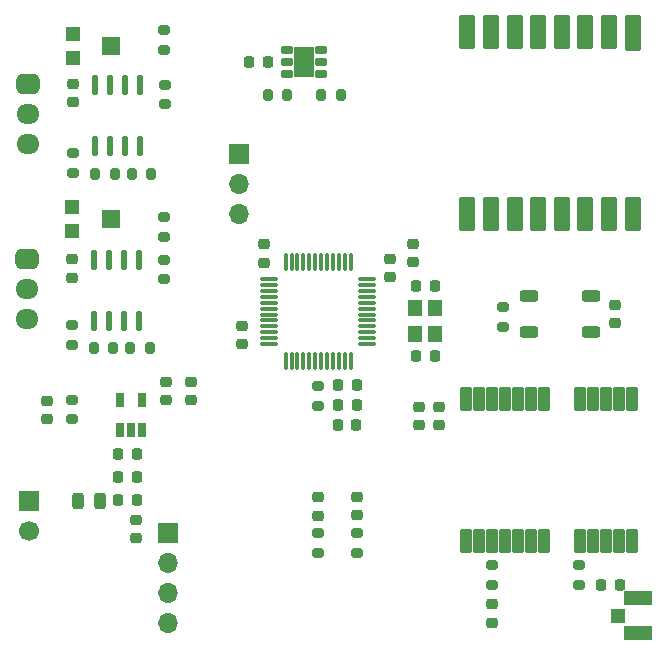
<source format=gbr>
%TF.GenerationSoftware,KiCad,Pcbnew,8.0.5*%
%TF.CreationDate,2024-11-10T21:06:56+07:00*%
%TF.ProjectId,Project_241,50726f6a-6563-4745-9f32-34312e6b6963,rev?*%
%TF.SameCoordinates,Original*%
%TF.FileFunction,Soldermask,Top*%
%TF.FilePolarity,Negative*%
%FSLAX46Y46*%
G04 Gerber Fmt 4.6, Leading zero omitted, Abs format (unit mm)*
G04 Created by KiCad (PCBNEW 8.0.5) date 2024-11-10 21:06:56*
%MOMM*%
%LPD*%
G01*
G04 APERTURE LIST*
G04 Aperture macros list*
%AMRoundRect*
0 Rectangle with rounded corners*
0 $1 Rounding radius*
0 $2 $3 $4 $5 $6 $7 $8 $9 X,Y pos of 4 corners*
0 Add a 4 corners polygon primitive as box body*
4,1,4,$2,$3,$4,$5,$6,$7,$8,$9,$2,$3,0*
0 Add four circle primitives for the rounded corners*
1,1,$1+$1,$2,$3*
1,1,$1+$1,$4,$5*
1,1,$1+$1,$6,$7*
1,1,$1+$1,$8,$9*
0 Add four rect primitives between the rounded corners*
20,1,$1+$1,$2,$3,$4,$5,0*
20,1,$1+$1,$4,$5,$6,$7,0*
20,1,$1+$1,$6,$7,$8,$9,0*
20,1,$1+$1,$8,$9,$2,$3,0*%
G04 Aperture macros list end*
%ADD10RoundRect,0.225000X0.250000X-0.225000X0.250000X0.225000X-0.250000X0.225000X-0.250000X-0.225000X0*%
%ADD11RoundRect,0.200000X-0.275000X0.200000X-0.275000X-0.200000X0.275000X-0.200000X0.275000X0.200000X0*%
%ADD12R,1.700000X1.700000*%
%ADD13O,1.700000X1.700000*%
%ADD14RoundRect,0.200000X0.275000X-0.200000X0.275000X0.200000X-0.275000X0.200000X-0.275000X-0.200000X0*%
%ADD15RoundRect,0.218750X0.256250X-0.218750X0.256250X0.218750X-0.256250X0.218750X-0.256250X-0.218750X0*%
%ADD16R,0.650000X1.250000*%
%ADD17RoundRect,0.225000X0.225000X0.250000X-0.225000X0.250000X-0.225000X-0.250000X0.225000X-0.250000X0*%
%ADD18RoundRect,0.225000X-0.250000X0.225000X-0.250000X-0.225000X0.250000X-0.225000X0.250000X0.225000X0*%
%ADD19R,1.200000X1.400000*%
%ADD20RoundRect,0.425000X-0.550000X-0.425000X0.550000X-0.425000X0.550000X0.425000X-0.550000X0.425000X0*%
%ADD21O,1.950000X1.700000*%
%ADD22RoundRect,0.102000X-0.525000X0.500000X-0.525000X-0.500000X0.525000X-0.500000X0.525000X0.500000X0*%
%ADD23RoundRect,0.102000X-1.100000X0.525000X-1.100000X-0.525000X1.100000X-0.525000X1.100000X0.525000X0*%
%ADD24RoundRect,0.225000X-0.225000X-0.250000X0.225000X-0.250000X0.225000X0.250000X-0.225000X0.250000X0*%
%ADD25RoundRect,0.250000X-0.525000X-0.250000X0.525000X-0.250000X0.525000X0.250000X-0.525000X0.250000X0*%
%ADD26RoundRect,0.102000X0.400000X-0.900000X0.400000X0.900000X-0.400000X0.900000X-0.400000X-0.900000X0*%
%ADD27RoundRect,0.243750X-0.243750X-0.456250X0.243750X-0.456250X0.243750X0.456250X-0.243750X0.456250X0*%
%ADD28C,1.700000*%
%ADD29R,1.200000X1.200000*%
%ADD30R,1.500000X1.600000*%
%ADD31RoundRect,0.075000X0.662500X0.075000X-0.662500X0.075000X-0.662500X-0.075000X0.662500X-0.075000X0*%
%ADD32RoundRect,0.075000X0.075000X0.662500X-0.075000X0.662500X-0.075000X-0.662500X0.075000X-0.662500X0*%
%ADD33RoundRect,0.133350X0.133350X-0.717550X0.133350X0.717550X-0.133350X0.717550X-0.133350X-0.717550X0*%
%ADD34RoundRect,0.200000X-0.200000X-0.275000X0.200000X-0.275000X0.200000X0.275000X-0.200000X0.275000X0*%
%ADD35RoundRect,0.156000X0.376000X0.156000X-0.376000X0.156000X-0.376000X-0.156000X0.376000X-0.156000X0*%
%ADD36RoundRect,0.102000X0.750000X1.200000X-0.750000X1.200000X-0.750000X-1.200000X0.750000X-1.200000X0*%
%ADD37RoundRect,0.218750X-0.218750X-0.256250X0.218750X-0.256250X0.218750X0.256250X-0.218750X0.256250X0*%
%ADD38RoundRect,0.218750X-0.256250X0.218750X-0.256250X-0.218750X0.256250X-0.218750X0.256250X0.218750X0*%
%ADD39RoundRect,0.200000X0.200000X0.275000X-0.200000X0.275000X-0.200000X-0.275000X0.200000X-0.275000X0*%
%ADD40RoundRect,0.102000X-0.550000X1.400000X-0.550000X-1.400000X0.550000X-1.400000X0.550000X1.400000X0*%
%ADD41RoundRect,0.102000X-0.550000X1.300000X-0.550000X-1.300000X0.550000X-1.300000X0.550000X1.300000X0*%
G04 APERTURE END LIST*
D10*
%TO.C,C2*%
X155702000Y-98412600D03*
X155702000Y-96862600D03*
%TD*%
D11*
%TO.C,R14*%
X147218400Y-78727800D03*
X147218400Y-80377800D03*
%TD*%
D12*
%TO.C,J1*%
X153578386Y-89183014D03*
D13*
X153578386Y-91723014D03*
X153578386Y-94263014D03*
%TD*%
D14*
%TO.C,R19*%
X182372000Y-125691400D03*
X182372000Y-124041400D03*
%TD*%
D11*
%TO.C,R8*%
X139446000Y-110031400D03*
X139446000Y-111681400D03*
%TD*%
%TO.C,R12*%
X147167600Y-98184200D03*
X147167600Y-99834200D03*
%TD*%
D10*
%TO.C,C7*%
X153822400Y-105321400D03*
X153822400Y-103771400D03*
%TD*%
D15*
%TO.C,D2*%
X174980600Y-128905101D03*
X174980600Y-127330099D03*
%TD*%
D16*
%TO.C,U7*%
X143461299Y-112549701D03*
X144401299Y-112549700D03*
X145341299Y-112549701D03*
X145341299Y-110049701D03*
X143461299Y-110049701D03*
%TD*%
D17*
%TO.C,C8*%
X163487400Y-112166400D03*
X161937400Y-112166400D03*
%TD*%
D18*
%TO.C,C19*%
X149481299Y-108495800D03*
X149481299Y-110045800D03*
%TD*%
D17*
%TO.C,C4*%
X170105293Y-106303437D03*
X168555293Y-106303437D03*
%TD*%
D19*
%TO.C,HSE1*%
X170180293Y-104457037D03*
X170180293Y-102257037D03*
X168480293Y-102257037D03*
X168480293Y-104457037D03*
%TD*%
D20*
%TO.C,J5*%
X135686800Y-83312000D03*
D21*
X135686800Y-85852000D03*
X135686800Y-88391999D03*
%TD*%
D20*
%TO.C,J2*%
X135636000Y-98132600D03*
D21*
X135636000Y-100672600D03*
X135636000Y-103212599D03*
%TD*%
D18*
%TO.C,C14*%
X139496800Y-83299000D03*
X139496800Y-84849000D03*
%TD*%
D14*
%TO.C,R18*%
X139496800Y-90791800D03*
X139496800Y-89141800D03*
%TD*%
D22*
%TO.C,ANT1*%
X185650400Y-128300000D03*
D23*
X187350400Y-129770000D03*
X187350400Y-126825000D03*
%TD*%
D24*
%TO.C,C18*%
X143334499Y-114604800D03*
X144884499Y-114604800D03*
%TD*%
D25*
%TO.C,SW1*%
X178070600Y-101280600D03*
X183320600Y-101280600D03*
X178070600Y-104280600D03*
X183320600Y-104280600D03*
%TD*%
D11*
%TO.C,R7*%
X147167600Y-94577400D03*
X147167600Y-96227400D03*
%TD*%
D26*
%TO.C,U2*%
X172781200Y-121980426D03*
X173881200Y-121980426D03*
X174981200Y-121980426D03*
X176081200Y-121980426D03*
X177181200Y-121980426D03*
X178281200Y-121980426D03*
X179381200Y-121980426D03*
X182381200Y-121980426D03*
X183481200Y-121980426D03*
X184581200Y-121980426D03*
X185681200Y-121980426D03*
X186781200Y-121980426D03*
X186781200Y-109980426D03*
X185681200Y-109980426D03*
X184581200Y-109980426D03*
X183481200Y-109980426D03*
X182381200Y-109980426D03*
X179381200Y-109980426D03*
X178281200Y-109980426D03*
X177181200Y-109980426D03*
X176081200Y-109980426D03*
X174981200Y-109980426D03*
X173881200Y-109980426D03*
X172781200Y-109980426D03*
%TD*%
D27*
%TO.C,F1*%
X139907798Y-118567200D03*
X141782800Y-118567200D03*
%TD*%
D24*
%TO.C,C20*%
X143334499Y-118539500D03*
X144884499Y-118539500D03*
%TD*%
D18*
%TO.C,C11*%
X139446000Y-98132600D03*
X139446000Y-99682600D03*
%TD*%
D10*
%TO.C,C9*%
X166319200Y-99631800D03*
X166319200Y-98081800D03*
%TD*%
D14*
%TO.C,R3*%
X174980600Y-125691400D03*
X174980600Y-124041400D03*
%TD*%
D12*
%TO.C,J6*%
X135730401Y-118596399D03*
D28*
X135730401Y-121136401D03*
%TD*%
D29*
%TO.C,RV1*%
X139446000Y-93726000D03*
D30*
X142696000Y-94726000D03*
D29*
X139446000Y-95726001D03*
%TD*%
D31*
%TO.C,U1*%
X164411100Y-105315200D03*
X164411100Y-104815200D03*
X164411100Y-104315200D03*
X164411100Y-103815199D03*
X164411100Y-103315200D03*
X164411100Y-102815200D03*
X164411100Y-102315200D03*
X164411100Y-101815200D03*
X164411100Y-101315201D03*
X164411100Y-100815200D03*
X164411100Y-100315200D03*
X164411100Y-99815200D03*
D32*
X162998600Y-98402700D03*
X162498600Y-98402700D03*
X161998600Y-98402700D03*
X161498599Y-98402700D03*
X160998600Y-98402700D03*
X160498600Y-98402700D03*
X159998600Y-98402700D03*
X159498600Y-98402700D03*
X158998601Y-98402700D03*
X158498600Y-98402700D03*
X157998600Y-98402700D03*
X157498600Y-98402700D03*
D31*
X156086100Y-99815200D03*
X156086100Y-100315200D03*
X156086100Y-100815200D03*
X156086100Y-101315201D03*
X156086100Y-101815200D03*
X156086100Y-102315200D03*
X156086100Y-102815200D03*
X156086100Y-103315200D03*
X156086100Y-103815199D03*
X156086100Y-104315200D03*
X156086100Y-104815200D03*
X156086100Y-105315200D03*
D32*
X157498600Y-106727700D03*
X157998600Y-106727700D03*
X158498600Y-106727700D03*
X158998601Y-106727700D03*
X159498600Y-106727700D03*
X159998600Y-106727700D03*
X160498600Y-106727700D03*
X160998600Y-106727700D03*
X161498599Y-106727700D03*
X161998600Y-106727700D03*
X162498600Y-106727700D03*
X162998600Y-106727700D03*
%TD*%
D18*
%TO.C,C16*%
X168757600Y-110629400D03*
X168757600Y-112179400D03*
%TD*%
D24*
%TO.C,C6*%
X168555293Y-100410637D03*
X170105293Y-100410637D03*
%TD*%
D17*
%TO.C,C1*%
X163501293Y-108792636D03*
X161951293Y-108792636D03*
%TD*%
D11*
%TO.C,R1*%
X175920400Y-102209600D03*
X175920400Y-103859600D03*
%TD*%
D17*
%TO.C,C5*%
X163501293Y-110469037D03*
X161951293Y-110469037D03*
%TD*%
D10*
%TO.C,C10*%
X168249600Y-98361800D03*
X168249600Y-96811800D03*
%TD*%
%TO.C,C3*%
X185420000Y-103542600D03*
X185420000Y-101992600D03*
%TD*%
D33*
%TO.C,U6*%
X141274800Y-103378000D03*
X142544800Y-103378000D03*
X143814800Y-103378000D03*
X145084800Y-103378000D03*
X145084800Y-98196400D03*
X143814800Y-98196400D03*
X142544800Y-98196400D03*
X141274800Y-98196400D03*
%TD*%
D12*
%TO.C,J4*%
X147574000Y-121269600D03*
D13*
X147574000Y-123809600D03*
X147574000Y-126349599D03*
X147574000Y-128889600D03*
%TD*%
D14*
%TO.C,R11*%
X163525200Y-122999000D03*
X163525200Y-121349000D03*
%TD*%
%TO.C,R13*%
X139446000Y-105371400D03*
X139446000Y-103721400D03*
%TD*%
D29*
%TO.C,RV2*%
X139496800Y-79095600D03*
D30*
X142746800Y-80095600D03*
D29*
X139496800Y-81095601D03*
%TD*%
D18*
%TO.C,C21*%
X147398499Y-108495800D03*
X147398499Y-110045800D03*
%TD*%
D15*
%TO.C,D4*%
X163525200Y-119825000D03*
X163525200Y-118249998D03*
%TD*%
D34*
%TO.C,R10*%
X160528000Y-84226400D03*
X162178000Y-84226400D03*
%TD*%
%TO.C,R16*%
X144463000Y-90932000D03*
X146113000Y-90932000D03*
%TD*%
D35*
%TO.C,U5*%
X160517099Y-82432400D03*
X160517099Y-81432400D03*
X160517099Y-80432400D03*
X157647099Y-80432400D03*
X157647099Y-81432400D03*
X157647099Y-82432400D03*
D36*
X159082099Y-81432400D03*
%TD*%
D37*
%TO.C,L1*%
X184200699Y-125679200D03*
X185775701Y-125679200D03*
%TD*%
D24*
%TO.C,C13*%
X154419000Y-81432400D03*
X155969000Y-81432400D03*
%TD*%
D34*
%TO.C,R5*%
X141262600Y-105664000D03*
X142912600Y-105664000D03*
%TD*%
D10*
%TO.C,C12*%
X144830800Y-121729800D03*
X144830800Y-120179800D03*
%TD*%
D38*
%TO.C,D3*%
X137278386Y-110095513D03*
X137278386Y-111670515D03*
%TD*%
D34*
%TO.C,R6*%
X144361400Y-105664000D03*
X146011400Y-105664000D03*
%TD*%
%TO.C,R17*%
X141364200Y-90932000D03*
X143014200Y-90932000D03*
%TD*%
D11*
%TO.C,R4*%
X160223200Y-108903000D03*
X160223200Y-110553000D03*
%TD*%
%TO.C,R15*%
X147269200Y-83362799D03*
X147269200Y-85012799D03*
%TD*%
D18*
%TO.C,C15*%
X170484800Y-110629400D03*
X170484800Y-112179400D03*
%TD*%
D24*
%TO.C,C17*%
X143334499Y-116572150D03*
X144884499Y-116572150D03*
%TD*%
D33*
%TO.C,U3*%
X141351000Y-88544400D03*
X142621000Y-88544400D03*
X143891000Y-88544400D03*
X145161000Y-88544400D03*
X145161000Y-83362800D03*
X143891000Y-83362800D03*
X142621000Y-83362800D03*
X141351000Y-83362800D03*
%TD*%
D39*
%TO.C,R9*%
X157632399Y-84226400D03*
X155982399Y-84226400D03*
%TD*%
D40*
%TO.C,U4*%
X186882800Y-78963200D03*
D41*
X184882800Y-78863200D03*
X182882800Y-78863200D03*
X180882800Y-78863200D03*
X178882800Y-78863200D03*
X176882800Y-78863200D03*
X174882800Y-78863200D03*
X172882800Y-78863200D03*
X172882800Y-94263200D03*
X174882800Y-94263200D03*
X176882800Y-94263200D03*
X178882800Y-94263200D03*
X180882800Y-94263200D03*
X182882800Y-94263200D03*
X184882800Y-94263200D03*
X186882800Y-94263200D03*
%TD*%
D14*
%TO.C,R2*%
X160274000Y-122986800D03*
X160274000Y-121336800D03*
%TD*%
D15*
%TO.C,D1*%
X160274000Y-119850502D03*
X160274000Y-118275500D03*
%TD*%
M02*

</source>
